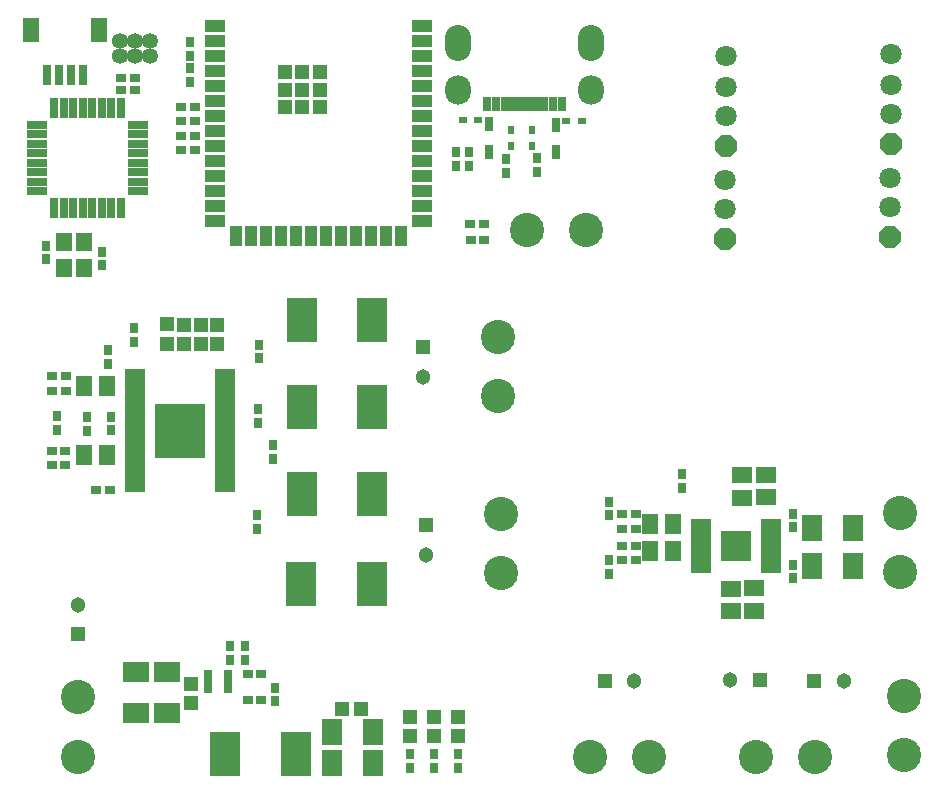
<source format=gbr>
%TF.GenerationSoftware,Altium Limited,Altium Designer,21.7.2 (23)*%
G04 Layer_Color=8388736*
%FSLAX45Y45*%
%MOMM*%
%TF.SameCoordinates,ACC8E456-25BC-4CB5-B469-56B585E6E94B*%
%TF.FilePolarity,Negative*%
%TF.FileFunction,Soldermask,Top*%
%TF.Part,Single*%
G01*
G75*
%TA.AperFunction,ComponentPad*%
%ADD53C,1.80320*%
G04:AMPARAMS|DCode=54|XSize=1.8032mm|YSize=1.8032mm|CornerRadius=0mm|HoleSize=0mm|Usage=FLASHONLY|Rotation=90.000|XOffset=0mm|YOffset=0mm|HoleType=Round|Shape=Octagon|*
%AMOCTAGOND54*
4,1,8,0.45080,0.90160,-0.45080,0.90160,-0.90160,0.45080,-0.90160,-0.45080,-0.45080,-0.90160,0.45080,-0.90160,0.90160,-0.45080,0.90160,0.45080,0.45080,0.90160,0.0*
%
%ADD54OCTAGOND54*%

%ADD55C,2.90320*%
%ADD56R,1.30320X1.30320*%
%ADD57C,1.30320*%
%ADD58R,1.30320X1.30320*%
%ADD59C,1.35320*%
%ADD60O,2.20320X3.05320*%
%ADD61O,2.20320X2.48320*%
%TA.AperFunction,ConnectorPad*%
%ADD66R,1.70320X1.10320*%
%ADD67R,1.10320X1.70320*%
%TA.AperFunction,BGAPad,CuDef*%
%ADD68R,1.20320X1.20320*%
%TA.AperFunction,SMDPad,CuDef*%
%ADD69R,1.67820X0.65320*%
%ADD70R,2.66320X2.51320*%
%ADD71R,1.72720X2.20320*%
%ADD72R,0.80320X0.83820*%
%ADD73R,1.16840X1.20320*%
%ADD74R,4.31320X4.56320*%
%ADD75R,1.20320X1.16840*%
%ADD76R,1.34620X1.70320*%
%ADD77R,0.83820X0.80320*%
%ADD78R,0.80320X1.67820*%
%ADD79R,1.67820X0.80320*%
%ADD80R,1.40320X1.60320*%
%ADD81R,0.67820X0.50320*%
%ADD82R,0.70320X1.27820*%
%ADD83R,0.60320X0.68320*%
%ADD84R,0.68320X0.60320*%
%ADD85R,0.50320X1.30320*%
%ADD86R,0.80320X1.30320*%
%ADD87R,1.70320X1.34620*%
%ADD88R,2.50320X3.70320*%
%ADD89R,0.80320X1.80320*%
%ADD90R,1.40320X2.00320*%
%ADD91R,2.20320X1.72720*%
D53*
X7363160Y5265811D02*
D03*
Y5019811D02*
D03*
X5965660Y5247133D02*
D03*
Y5001133D02*
D03*
X5967660Y6037500D02*
D03*
Y5791500D02*
D03*
Y6299500D02*
D03*
X7365160Y6055000D02*
D03*
Y5809000D02*
D03*
Y6317000D02*
D03*
D54*
X7363160Y4765811D02*
D03*
X5965660Y4747133D02*
D03*
X5967660Y5537500D02*
D03*
X7365160Y5555000D02*
D03*
D55*
X4042500Y3920000D02*
D03*
Y3420000D02*
D03*
X488517Y365000D02*
D03*
Y865000D02*
D03*
X7477500Y880000D02*
D03*
Y380000D02*
D03*
X4290160Y4825000D02*
D03*
X4790160D02*
D03*
X7442500Y2430000D02*
D03*
Y1930000D02*
D03*
X4062500Y2422500D02*
D03*
Y1922500D02*
D03*
X6222500Y365000D02*
D03*
X6722500D02*
D03*
X5322500D02*
D03*
X4822500D02*
D03*
D56*
X485000Y1400000D02*
D03*
X3405000Y3830000D02*
D03*
X3435000Y2325000D02*
D03*
D57*
X485000Y1650000D02*
D03*
X6970000Y1005000D02*
D03*
X6007500Y1012500D02*
D03*
X3405000Y3580000D02*
D03*
X3435000Y2075000D02*
D03*
X5195000Y1002500D02*
D03*
D58*
X6720000Y1005000D02*
D03*
X6257500Y1012500D02*
D03*
X4945000Y1002500D02*
D03*
D59*
X1092160Y6422500D02*
D03*
Y6295500D02*
D03*
X965160Y6422500D02*
D03*
Y6295500D02*
D03*
X838160Y6422500D02*
D03*
Y6295500D02*
D03*
D60*
X3703160Y6407500D02*
D03*
X4827160D02*
D03*
D61*
X3703160Y6007500D02*
D03*
X4827160D02*
D03*
D66*
X1646160Y6547500D02*
D03*
Y6420500D02*
D03*
Y6293500D02*
D03*
Y6166500D02*
D03*
Y6039500D02*
D03*
Y5912500D02*
D03*
Y5785500D02*
D03*
Y5658500D02*
D03*
Y5531500D02*
D03*
Y5404500D02*
D03*
Y5277500D02*
D03*
Y5150500D02*
D03*
Y5023500D02*
D03*
Y4896500D02*
D03*
X3396160D02*
D03*
Y5023500D02*
D03*
Y5150500D02*
D03*
Y5277500D02*
D03*
Y5404500D02*
D03*
Y5531500D02*
D03*
Y5658500D02*
D03*
Y5785500D02*
D03*
Y5912500D02*
D03*
Y6039500D02*
D03*
Y6166500D02*
D03*
Y6293500D02*
D03*
Y6420500D02*
D03*
Y6547500D02*
D03*
D67*
X1822660Y4771500D02*
D03*
X1949660D02*
D03*
X2076660D02*
D03*
X2203660D02*
D03*
X2330660D02*
D03*
X2457660D02*
D03*
X2584660D02*
D03*
X2711660D02*
D03*
X2838660D02*
D03*
X2965660D02*
D03*
X3092660D02*
D03*
X3219660D02*
D03*
D68*
X2385160Y6012500D02*
D03*
X2235160Y6162500D02*
D03*
Y6012500D02*
D03*
Y5862500D02*
D03*
X2385160D02*
D03*
X2535160D02*
D03*
Y6012500D02*
D03*
Y6162500D02*
D03*
X2385160D02*
D03*
D69*
X5761200Y2345000D02*
D03*
Y2280000D02*
D03*
Y2215000D02*
D03*
Y2150000D02*
D03*
Y2085000D02*
D03*
Y2020000D02*
D03*
Y1955000D02*
D03*
X6348800D02*
D03*
Y2020000D02*
D03*
Y2085000D02*
D03*
Y2150000D02*
D03*
Y2215000D02*
D03*
Y2280000D02*
D03*
Y2345000D02*
D03*
X968700Y3610000D02*
D03*
Y3545000D02*
D03*
Y3480000D02*
D03*
Y3415000D02*
D03*
Y3350000D02*
D03*
Y3285000D02*
D03*
Y3220000D02*
D03*
Y3155000D02*
D03*
Y3090000D02*
D03*
Y3025000D02*
D03*
Y2960000D02*
D03*
Y2895000D02*
D03*
Y2830000D02*
D03*
Y2765000D02*
D03*
Y2700000D02*
D03*
Y2635000D02*
D03*
X1726300D02*
D03*
Y2700000D02*
D03*
Y2765000D02*
D03*
Y2830000D02*
D03*
Y2895000D02*
D03*
Y2960000D02*
D03*
Y3025000D02*
D03*
Y3090000D02*
D03*
Y3155000D02*
D03*
Y3220000D02*
D03*
Y3285000D02*
D03*
Y3350000D02*
D03*
Y3415000D02*
D03*
Y3480000D02*
D03*
Y3545000D02*
D03*
Y3610000D02*
D03*
D70*
X6055000Y2150000D02*
D03*
D71*
X6699780Y1980000D02*
D03*
X7045220D02*
D03*
X2637280Y570000D02*
D03*
X2982720D02*
D03*
X2637280Y310000D02*
D03*
X2982720D02*
D03*
X6702280Y2300000D02*
D03*
X7047720D02*
D03*
D72*
X6540000Y1874080D02*
D03*
Y1990920D02*
D03*
X2135000Y2886580D02*
D03*
Y3003420D02*
D03*
X2017500Y3736580D02*
D03*
Y3853420D02*
D03*
X2012500Y3303420D02*
D03*
Y3186580D02*
D03*
X2000000Y2408420D02*
D03*
Y2291580D02*
D03*
X957500Y3991840D02*
D03*
Y3875000D02*
D03*
X307500Y3245920D02*
D03*
Y3129080D02*
D03*
X737500Y3689080D02*
D03*
Y3805920D02*
D03*
X767372Y3243657D02*
D03*
Y3126817D02*
D03*
X560000Y3124080D02*
D03*
Y3240920D02*
D03*
X5600000Y2636580D02*
D03*
Y2753420D02*
D03*
X6537500Y2422500D02*
D03*
Y2305660D02*
D03*
X4985000Y2523420D02*
D03*
Y2406580D02*
D03*
X4979340Y1909080D02*
D03*
Y2025920D02*
D03*
X1435160Y6074080D02*
D03*
Y6190920D02*
D03*
Y6410920D02*
D03*
Y6294080D02*
D03*
X3300000Y386840D02*
D03*
Y270000D02*
D03*
X3700000Y388420D02*
D03*
Y271580D02*
D03*
X3500000Y386840D02*
D03*
Y270000D02*
D03*
X685160Y4640920D02*
D03*
Y4524080D02*
D03*
X215160Y4574080D02*
D03*
Y4690920D02*
D03*
X3795160Y5480920D02*
D03*
Y5364080D02*
D03*
X4375160Y5430920D02*
D03*
Y5314080D02*
D03*
X4105160Y5420920D02*
D03*
Y5304080D02*
D03*
X3685160Y5480920D02*
D03*
Y5364080D02*
D03*
X2150000Y948420D02*
D03*
Y831580D02*
D03*
X1900000Y1181580D02*
D03*
Y1298420D02*
D03*
X1770000Y1181580D02*
D03*
Y1298420D02*
D03*
D73*
X2718720Y770000D02*
D03*
X2881280D02*
D03*
D74*
X1347500Y3122500D02*
D03*
D75*
X1665000Y4018780D02*
D03*
Y3856220D02*
D03*
X1525000Y4018780D02*
D03*
Y3856220D02*
D03*
X1385000Y4021280D02*
D03*
Y3858720D02*
D03*
X1240000Y4023780D02*
D03*
Y3861220D02*
D03*
X3300000Y538720D02*
D03*
Y701280D02*
D03*
X3500000Y538720D02*
D03*
Y701280D02*
D03*
X3700000Y538720D02*
D03*
Y701280D02*
D03*
X1440000Y816000D02*
D03*
Y978560D02*
D03*
D76*
X538480Y3500000D02*
D03*
X731520D02*
D03*
X533480Y2915000D02*
D03*
X726520D02*
D03*
X5331960Y2337500D02*
D03*
X5525000D02*
D03*
X5330980Y2102500D02*
D03*
X5524020D02*
D03*
D77*
X385920Y3460000D02*
D03*
X269080D02*
D03*
X755920Y2622500D02*
D03*
X639080D02*
D03*
X378420Y2955000D02*
D03*
X261580D02*
D03*
X378420Y2830000D02*
D03*
X261580D02*
D03*
X5210920Y2290000D02*
D03*
X5094080D02*
D03*
X5210920Y2415000D02*
D03*
X5094080D02*
D03*
X5209340Y2150000D02*
D03*
X5092500D02*
D03*
X5090920Y2030000D02*
D03*
X5207760D02*
D03*
X3809240Y4742500D02*
D03*
X3926080D02*
D03*
X385920Y3585000D02*
D03*
X269080D02*
D03*
X3923580Y4870000D02*
D03*
X3806740D02*
D03*
X1473580Y5502500D02*
D03*
X1356740D02*
D03*
X1473580Y5622500D02*
D03*
X1356740D02*
D03*
X1473580Y5742500D02*
D03*
X1356740D02*
D03*
X1472000Y5862500D02*
D03*
X1355160D02*
D03*
X963580Y6112500D02*
D03*
X846740D02*
D03*
X965160Y6012500D02*
D03*
X848320D02*
D03*
X1921580Y840000D02*
D03*
X2038420D02*
D03*
Y1060000D02*
D03*
X1921580D02*
D03*
D78*
X285160Y5008700D02*
D03*
X365160D02*
D03*
X445160D02*
D03*
X525160D02*
D03*
X605160D02*
D03*
X685160D02*
D03*
X765160D02*
D03*
X845160D02*
D03*
Y5856300D02*
D03*
X765160D02*
D03*
X685160D02*
D03*
X605160D02*
D03*
X525160D02*
D03*
X445160D02*
D03*
X365160D02*
D03*
X285160D02*
D03*
D79*
X988960Y5152500D02*
D03*
Y5232500D02*
D03*
Y5312500D02*
D03*
Y5392500D02*
D03*
Y5472500D02*
D03*
Y5552500D02*
D03*
Y5632500D02*
D03*
Y5712500D02*
D03*
X141360D02*
D03*
Y5632500D02*
D03*
Y5552500D02*
D03*
Y5472500D02*
D03*
Y5392500D02*
D03*
Y5312500D02*
D03*
Y5232500D02*
D03*
Y5152500D02*
D03*
D80*
X370160Y4722500D02*
D03*
Y4502500D02*
D03*
X540160D02*
D03*
Y4722500D02*
D03*
D81*
X1753800Y1075000D02*
D03*
Y1025000D02*
D03*
Y975000D02*
D03*
Y925000D02*
D03*
X1586200D02*
D03*
Y975000D02*
D03*
Y1025000D02*
D03*
Y1075000D02*
D03*
D82*
X4535160Y5480100D02*
D03*
Y5712500D02*
D03*
X3965160Y5486300D02*
D03*
Y5718700D02*
D03*
D83*
X4155160Y5668500D02*
D03*
Y5536500D02*
D03*
X4325160Y5668500D02*
D03*
Y5536500D02*
D03*
D84*
X3875160Y5752500D02*
D03*
X3743160D02*
D03*
X4619160Y5742500D02*
D03*
X4751160D02*
D03*
D85*
X4440160Y5892500D02*
D03*
X4340160D02*
D03*
X4190160D02*
D03*
X4090160D02*
D03*
X4140160D02*
D03*
X4240160D02*
D03*
X4290160D02*
D03*
X4390160D02*
D03*
D86*
X3945159D02*
D03*
X4025160D02*
D03*
X4505160D02*
D03*
X4585160D02*
D03*
D87*
X6307500Y2558480D02*
D03*
Y2751520D02*
D03*
X6106545Y2750700D02*
D03*
Y2557660D02*
D03*
X6210000Y1788040D02*
D03*
Y1595000D02*
D03*
X6012500Y1786520D02*
D03*
Y1593480D02*
D03*
D88*
X2972500Y1830000D02*
D03*
X2372500D02*
D03*
X2977500Y2585000D02*
D03*
X2377500D02*
D03*
X2977500Y3325000D02*
D03*
X2377500D02*
D03*
X2977500Y4062500D02*
D03*
X2377500D02*
D03*
X2330000Y390000D02*
D03*
X1730000D02*
D03*
D89*
X525160Y6132500D02*
D03*
X325160D02*
D03*
X225160D02*
D03*
X425160D02*
D03*
D90*
X85160Y6512500D02*
D03*
X665160D02*
D03*
D91*
X980000Y734560D02*
D03*
Y1080000D02*
D03*
X1240000Y734560D02*
D03*
Y1080000D02*
D03*
%TF.MD5,dbed863c54f1e0b63b85648e1bd9fbfd*%
M02*

</source>
